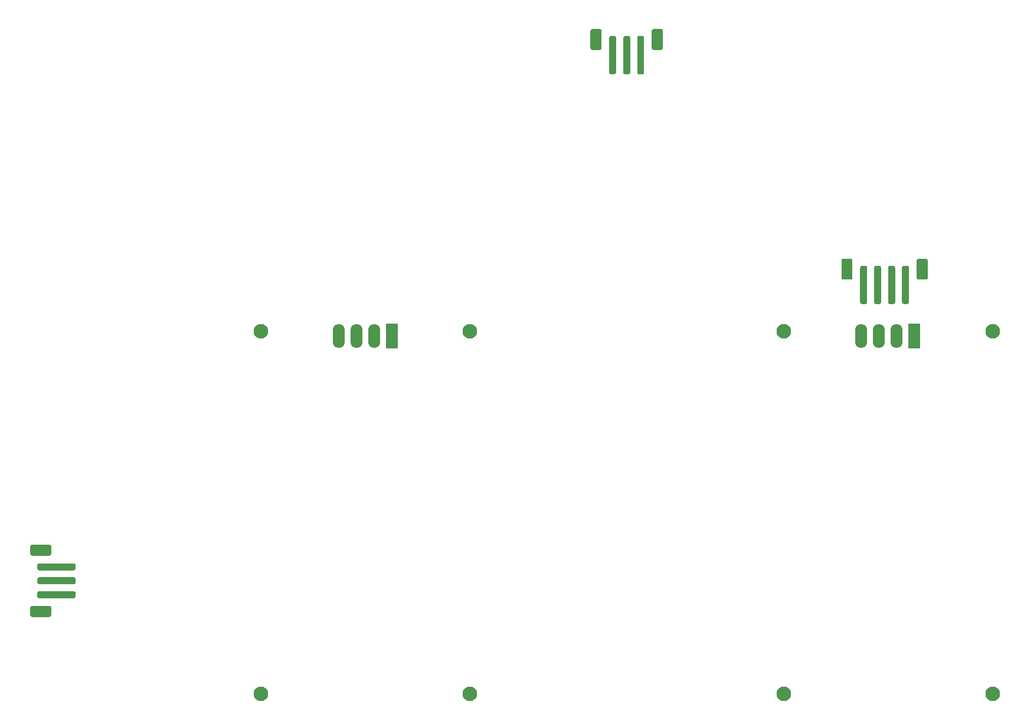
<source format=gbs>
G04 #@! TF.GenerationSoftware,KiCad,Pcbnew,8.0.4+1*
G04 #@! TF.CreationDate,2024-10-06T13:13:52+00:00*
G04 #@! TF.ProjectId,pedalboard-display,70656461-6c62-46f6-9172-642d64697370,0.0.0-RC1*
G04 #@! TF.SameCoordinates,Original*
G04 #@! TF.FileFunction,Soldermask,Bot*
G04 #@! TF.FilePolarity,Negative*
%FSLAX46Y46*%
G04 Gerber Fmt 4.6, Leading zero omitted, Abs format (unit mm)*
G04 Created by KiCad (PCBNEW 8.0.4+1) date 2024-10-06 13:13:52*
%MOMM*%
%LPD*%
G01*
G04 APERTURE LIST*
%ADD10C,2.100000*%
%ADD11R,1.700000X3.600000*%
%ADD12O,1.700000X3.500000*%
G04 APERTURE END LIST*
D10*
X54500000Y-75200000D03*
X54500000Y-127200000D03*
X84500000Y-75200000D03*
X84500000Y-127200000D03*
D11*
X73288000Y-75872800D03*
D12*
X70748000Y-75872800D03*
X68208000Y-75872800D03*
X65668000Y-75872800D03*
D10*
X129500000Y-75200000D03*
X129500000Y-127200000D03*
X159500000Y-75200000D03*
X159500000Y-127200000D03*
D11*
X148288000Y-75872800D03*
D12*
X145748000Y-75872800D03*
X143208000Y-75872800D03*
X140668000Y-75872800D03*
G36*
G01*
X147500000Y-66000000D02*
X147500000Y-71000000D01*
G75*
G02*
X147250000Y-71250000I-250000J0D01*
G01*
X146750000Y-71250000D01*
G75*
G02*
X146500000Y-71000000I0J250000D01*
G01*
X146500000Y-66000000D01*
G75*
G02*
X146750000Y-65750000I250000J0D01*
G01*
X147250000Y-65750000D01*
G75*
G02*
X147500000Y-66000000I0J-250000D01*
G01*
G37*
G36*
G01*
X145500000Y-66000000D02*
X145500000Y-71000000D01*
G75*
G02*
X145250000Y-71250000I-250000J0D01*
G01*
X144750000Y-71250000D01*
G75*
G02*
X144500000Y-71000000I0J250000D01*
G01*
X144500000Y-66000000D01*
G75*
G02*
X144750000Y-65750000I250000J0D01*
G01*
X145250000Y-65750000D01*
G75*
G02*
X145500000Y-66000000I0J-250000D01*
G01*
G37*
G36*
G01*
X143500000Y-66000000D02*
X143500000Y-71000000D01*
G75*
G02*
X143250000Y-71250000I-250000J0D01*
G01*
X142750000Y-71250000D01*
G75*
G02*
X142500000Y-71000000I0J250000D01*
G01*
X142500000Y-66000000D01*
G75*
G02*
X142750000Y-65750000I250000J0D01*
G01*
X143250000Y-65750000D01*
G75*
G02*
X143500000Y-66000000I0J-250000D01*
G01*
G37*
G36*
G01*
X141500000Y-66000000D02*
X141500000Y-71000000D01*
G75*
G02*
X141250000Y-71250000I-250000J0D01*
G01*
X140750000Y-71250000D01*
G75*
G02*
X140500000Y-71000000I0J250000D01*
G01*
X140500000Y-66000000D01*
G75*
G02*
X140750000Y-65750000I250000J0D01*
G01*
X141250000Y-65750000D01*
G75*
G02*
X141500000Y-66000000I0J-250000D01*
G01*
G37*
G36*
G01*
X150200000Y-65000000D02*
X150200000Y-67500000D01*
G75*
G02*
X149950000Y-67750000I-250000J0D01*
G01*
X148850000Y-67750000D01*
G75*
G02*
X148600000Y-67500000I0J250000D01*
G01*
X148600000Y-65000000D01*
G75*
G02*
X148850000Y-64750000I250000J0D01*
G01*
X149950000Y-64750000D01*
G75*
G02*
X150200000Y-65000000I0J-250000D01*
G01*
G37*
G36*
G01*
X139400000Y-65000000D02*
X139400000Y-67500000D01*
G75*
G02*
X139150000Y-67750000I-250000J0D01*
G01*
X138050000Y-67750000D01*
G75*
G02*
X137800000Y-67500000I0J250000D01*
G01*
X137800000Y-65000000D01*
G75*
G02*
X138050000Y-64750000I250000J0D01*
G01*
X139150000Y-64750000D01*
G75*
G02*
X139400000Y-65000000I0J-250000D01*
G01*
G37*
G36*
G01*
X22700000Y-108500000D02*
X27700000Y-108500000D01*
G75*
G02*
X27950000Y-108750000I0J-250000D01*
G01*
X27950000Y-109250000D01*
G75*
G02*
X27700000Y-109500000I-250000J0D01*
G01*
X22700000Y-109500000D01*
G75*
G02*
X22450000Y-109250000I0J250000D01*
G01*
X22450000Y-108750000D01*
G75*
G02*
X22700000Y-108500000I250000J0D01*
G01*
G37*
G36*
G01*
X22700000Y-110500000D02*
X27700000Y-110500000D01*
G75*
G02*
X27950000Y-110750000I0J-250000D01*
G01*
X27950000Y-111250000D01*
G75*
G02*
X27700000Y-111500000I-250000J0D01*
G01*
X22700000Y-111500000D01*
G75*
G02*
X22450000Y-111250000I0J250000D01*
G01*
X22450000Y-110750000D01*
G75*
G02*
X22700000Y-110500000I250000J0D01*
G01*
G37*
G36*
G01*
X22700000Y-112500000D02*
X27700000Y-112500000D01*
G75*
G02*
X27950000Y-112750000I0J-250000D01*
G01*
X27950000Y-113250000D01*
G75*
G02*
X27700000Y-113500000I-250000J0D01*
G01*
X22700000Y-113500000D01*
G75*
G02*
X22450000Y-113250000I0J250000D01*
G01*
X22450000Y-112750000D01*
G75*
G02*
X22700000Y-112500000I250000J0D01*
G01*
G37*
G36*
G01*
X21700000Y-105800000D02*
X24200000Y-105800000D01*
G75*
G02*
X24450000Y-106050000I0J-250000D01*
G01*
X24450000Y-107150000D01*
G75*
G02*
X24200000Y-107400000I-250000J0D01*
G01*
X21700000Y-107400000D01*
G75*
G02*
X21450000Y-107150000I0J250000D01*
G01*
X21450000Y-106050000D01*
G75*
G02*
X21700000Y-105800000I250000J0D01*
G01*
G37*
G36*
G01*
X21700000Y-114600000D02*
X24200000Y-114600000D01*
G75*
G02*
X24450000Y-114850000I0J-250000D01*
G01*
X24450000Y-115950000D01*
G75*
G02*
X24200000Y-116200000I-250000J0D01*
G01*
X21700000Y-116200000D01*
G75*
G02*
X21450000Y-115950000I0J250000D01*
G01*
X21450000Y-114850000D01*
G75*
G02*
X21700000Y-114600000I250000J0D01*
G01*
G37*
G36*
G01*
X109500000Y-33000000D02*
X109500000Y-38000000D01*
G75*
G02*
X109250000Y-38250000I-250000J0D01*
G01*
X108750000Y-38250000D01*
G75*
G02*
X108500000Y-38000000I0J250000D01*
G01*
X108500000Y-33000000D01*
G75*
G02*
X108750000Y-32750000I250000J0D01*
G01*
X109250000Y-32750000D01*
G75*
G02*
X109500000Y-33000000I0J-250000D01*
G01*
G37*
G36*
G01*
X107500000Y-33000000D02*
X107500000Y-38000000D01*
G75*
G02*
X107250000Y-38250000I-250000J0D01*
G01*
X106750000Y-38250000D01*
G75*
G02*
X106500000Y-38000000I0J250000D01*
G01*
X106500000Y-33000000D01*
G75*
G02*
X106750000Y-32750000I250000J0D01*
G01*
X107250000Y-32750000D01*
G75*
G02*
X107500000Y-33000000I0J-250000D01*
G01*
G37*
G36*
G01*
X105500000Y-33000000D02*
X105500000Y-38000000D01*
G75*
G02*
X105250000Y-38250000I-250000J0D01*
G01*
X104750000Y-38250000D01*
G75*
G02*
X104500000Y-38000000I0J250000D01*
G01*
X104500000Y-33000000D01*
G75*
G02*
X104750000Y-32750000I250000J0D01*
G01*
X105250000Y-32750000D01*
G75*
G02*
X105500000Y-33000000I0J-250000D01*
G01*
G37*
G36*
G01*
X112200000Y-32000000D02*
X112200000Y-34500000D01*
G75*
G02*
X111950000Y-34750000I-250000J0D01*
G01*
X110850000Y-34750000D01*
G75*
G02*
X110600000Y-34500000I0J250000D01*
G01*
X110600000Y-32000000D01*
G75*
G02*
X110850000Y-31750000I250000J0D01*
G01*
X111950000Y-31750000D01*
G75*
G02*
X112200000Y-32000000I0J-250000D01*
G01*
G37*
G36*
G01*
X103400000Y-32000000D02*
X103400000Y-34500000D01*
G75*
G02*
X103150000Y-34750000I-250000J0D01*
G01*
X102050000Y-34750000D01*
G75*
G02*
X101800000Y-34500000I0J250000D01*
G01*
X101800000Y-32000000D01*
G75*
G02*
X102050000Y-31750000I250000J0D01*
G01*
X103150000Y-31750000D01*
G75*
G02*
X103400000Y-32000000I0J-250000D01*
G01*
G37*
M02*

</source>
